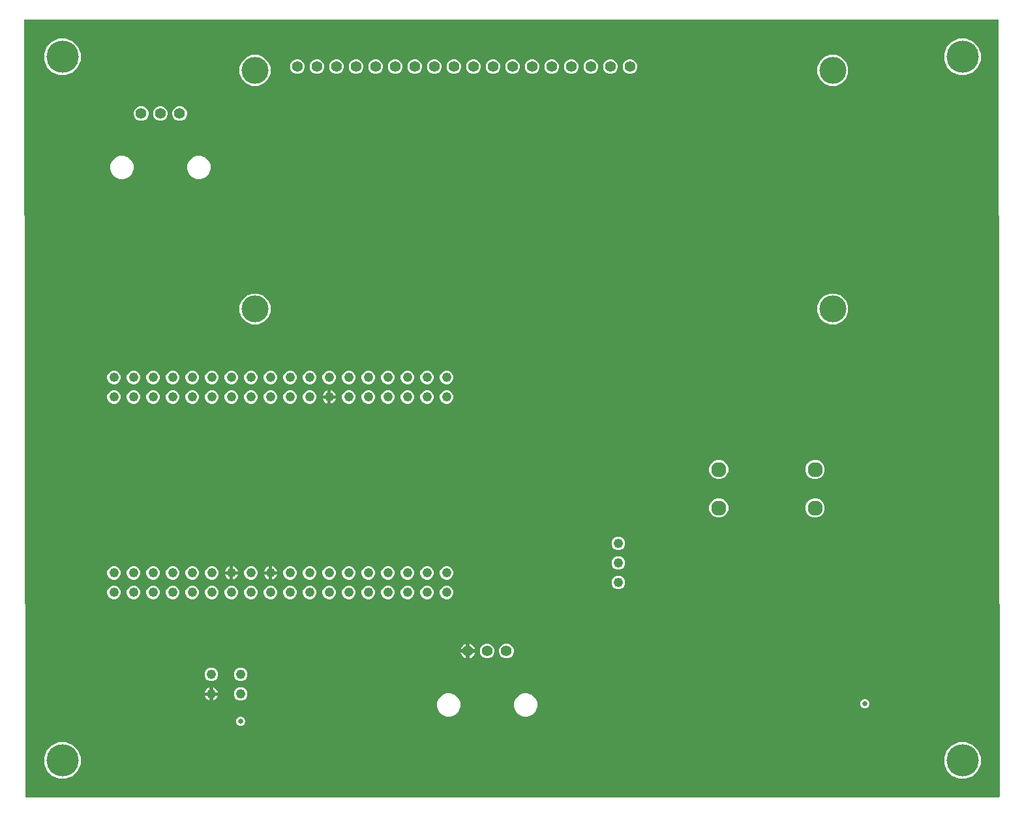
<source format=gbr>
G04 EAGLE Gerber RS-274X export*
G75*
%MOMM*%
%FSLAX34Y34*%
%LPD*%
%INCopper Layer 15*%
%IPPOS*%
%AMOC8*
5,1,8,0,0,1.08239X$1,22.5*%
G01*
%ADD10C,4.191000*%
%ADD11C,1.400000*%
%ADD12C,1.960000*%
%ADD13C,1.244600*%
%ADD14C,3.500000*%
%ADD15C,0.654800*%
%ADD16C,0.609600*%

G36*
X1266104Y2556D02*
X1266104Y2556D01*
X1266224Y2563D01*
X1266261Y2576D01*
X1266301Y2581D01*
X1266412Y2625D01*
X1266526Y2662D01*
X1266560Y2683D01*
X1266596Y2698D01*
X1266694Y2768D01*
X1266795Y2832D01*
X1266822Y2861D01*
X1266854Y2884D01*
X1266930Y2977D01*
X1267012Y3064D01*
X1267031Y3099D01*
X1267057Y3129D01*
X1267108Y3238D01*
X1267165Y3343D01*
X1267175Y3381D01*
X1267192Y3417D01*
X1267215Y3535D01*
X1267245Y3651D01*
X1267248Y3710D01*
X1267252Y3729D01*
X1267251Y3750D01*
X1267255Y3812D01*
X1265994Y1012702D01*
X1265979Y1012819D01*
X1265972Y1012937D01*
X1265959Y1012976D01*
X1265954Y1013017D01*
X1265910Y1013127D01*
X1265874Y1013239D01*
X1265852Y1013274D01*
X1265836Y1013313D01*
X1265767Y1013408D01*
X1265704Y1013508D01*
X1265673Y1013536D01*
X1265649Y1013570D01*
X1265558Y1013645D01*
X1265472Y1013726D01*
X1265436Y1013746D01*
X1265404Y1013772D01*
X1265297Y1013822D01*
X1265193Y1013880D01*
X1265153Y1013890D01*
X1265116Y1013907D01*
X1265000Y1013929D01*
X1264885Y1013959D01*
X1264824Y1013963D01*
X1264804Y1013967D01*
X1264784Y1013966D01*
X1264725Y1013969D01*
X2545Y1013969D01*
X2426Y1013954D01*
X2306Y1013947D01*
X2269Y1013934D01*
X2229Y1013929D01*
X2118Y1013885D01*
X2004Y1013848D01*
X1970Y1013827D01*
X1934Y1013812D01*
X1836Y1013742D01*
X1735Y1013678D01*
X1708Y1013649D01*
X1676Y1013626D01*
X1600Y1013533D01*
X1518Y1013446D01*
X1499Y1013411D01*
X1473Y1013381D01*
X1422Y1013272D01*
X1365Y1013167D01*
X1355Y1013129D01*
X1338Y1013093D01*
X1315Y1012975D01*
X1285Y1012859D01*
X1282Y1012800D01*
X1278Y1012781D01*
X1279Y1012760D01*
X1275Y1012698D01*
X2536Y3808D01*
X2551Y3691D01*
X2558Y3573D01*
X2571Y3534D01*
X2576Y3493D01*
X2620Y3383D01*
X2656Y3271D01*
X2678Y3236D01*
X2694Y3197D01*
X2763Y3102D01*
X2826Y3002D01*
X2857Y2974D01*
X2881Y2940D01*
X2972Y2865D01*
X3058Y2784D01*
X3094Y2764D01*
X3126Y2738D01*
X3233Y2688D01*
X3337Y2630D01*
X3377Y2620D01*
X3414Y2603D01*
X3530Y2581D01*
X3645Y2551D01*
X3706Y2547D01*
X3726Y2543D01*
X3746Y2544D01*
X3805Y2541D01*
X1265985Y2541D01*
X1266104Y2556D01*
G37*
%LPC*%
G36*
X1214526Y941704D02*
X1214526Y941704D01*
X1205891Y945281D01*
X1199281Y951891D01*
X1195704Y960526D01*
X1195704Y969874D01*
X1199281Y978509D01*
X1205891Y985119D01*
X1214526Y988696D01*
X1223874Y988696D01*
X1232509Y985119D01*
X1239119Y978509D01*
X1242696Y969874D01*
X1242696Y960526D01*
X1239119Y951891D01*
X1232509Y945281D01*
X1223874Y941704D01*
X1214526Y941704D01*
G37*
%LPD*%
%LPC*%
G36*
X46126Y941704D02*
X46126Y941704D01*
X37491Y945281D01*
X30881Y951891D01*
X27304Y960526D01*
X27304Y969874D01*
X30881Y978509D01*
X37491Y985119D01*
X46126Y988696D01*
X55474Y988696D01*
X64109Y985119D01*
X70719Y978509D01*
X74296Y969874D01*
X74296Y960526D01*
X70719Y951891D01*
X64109Y945281D01*
X55474Y941704D01*
X46126Y941704D01*
G37*
%LPD*%
%LPC*%
G36*
X46126Y27304D02*
X46126Y27304D01*
X37491Y30881D01*
X30881Y37491D01*
X27304Y46126D01*
X27304Y55474D01*
X30881Y64109D01*
X37491Y70719D01*
X46126Y74296D01*
X55474Y74296D01*
X64109Y70719D01*
X70719Y64109D01*
X74296Y55474D01*
X74296Y46126D01*
X70719Y37491D01*
X64109Y30881D01*
X55474Y27304D01*
X46126Y27304D01*
G37*
%LPD*%
%LPC*%
G36*
X1214526Y27304D02*
X1214526Y27304D01*
X1205891Y30881D01*
X1199281Y37491D01*
X1195704Y46126D01*
X1195704Y55474D01*
X1199281Y64109D01*
X1205891Y70719D01*
X1214526Y74296D01*
X1223874Y74296D01*
X1232509Y70719D01*
X1239119Y64109D01*
X1242696Y55474D01*
X1242696Y46126D01*
X1239119Y37491D01*
X1232509Y30881D01*
X1223874Y27304D01*
X1214526Y27304D01*
G37*
%LPD*%
%LPC*%
G36*
X1046654Y927439D02*
X1046654Y927439D01*
X1039288Y930490D01*
X1033650Y936128D01*
X1030599Y943494D01*
X1030599Y951466D01*
X1033650Y958832D01*
X1039288Y964470D01*
X1046654Y967521D01*
X1054626Y967521D01*
X1061992Y964470D01*
X1067630Y958832D01*
X1070681Y951466D01*
X1070681Y943494D01*
X1067630Y936128D01*
X1061992Y930490D01*
X1054626Y927439D01*
X1046654Y927439D01*
G37*
%LPD*%
%LPC*%
G36*
X296654Y927439D02*
X296654Y927439D01*
X289288Y930490D01*
X283650Y936128D01*
X280599Y943494D01*
X280599Y951466D01*
X283650Y958832D01*
X289288Y964470D01*
X296654Y967521D01*
X304626Y967521D01*
X311992Y964470D01*
X317630Y958832D01*
X320681Y951466D01*
X320681Y943494D01*
X317630Y936128D01*
X311992Y930490D01*
X304626Y927439D01*
X296654Y927439D01*
G37*
%LPD*%
%LPC*%
G36*
X296654Y617439D02*
X296654Y617439D01*
X289288Y620490D01*
X283650Y626128D01*
X280599Y633494D01*
X280599Y641466D01*
X283650Y648832D01*
X289288Y654470D01*
X296654Y657521D01*
X304626Y657521D01*
X311992Y654470D01*
X317630Y648832D01*
X320681Y641466D01*
X320681Y633494D01*
X317630Y626128D01*
X311992Y620490D01*
X304626Y617439D01*
X296654Y617439D01*
G37*
%LPD*%
%LPC*%
G36*
X1046654Y617439D02*
X1046654Y617439D01*
X1039288Y620490D01*
X1033650Y626128D01*
X1030599Y633494D01*
X1030599Y641466D01*
X1033650Y648832D01*
X1039288Y654470D01*
X1046654Y657521D01*
X1054626Y657521D01*
X1061992Y654470D01*
X1067630Y648832D01*
X1070681Y641466D01*
X1070681Y633494D01*
X1067630Y626128D01*
X1061992Y620490D01*
X1054626Y617439D01*
X1046654Y617439D01*
G37*
%LPD*%
%LPC*%
G36*
X648988Y107999D02*
X648988Y107999D01*
X643460Y110289D01*
X639229Y114520D01*
X636939Y120048D01*
X636939Y126032D01*
X639229Y131560D01*
X643460Y135791D01*
X648988Y138081D01*
X654972Y138081D01*
X660500Y135791D01*
X664731Y131560D01*
X667021Y126032D01*
X667021Y120048D01*
X664731Y114520D01*
X660500Y110289D01*
X654972Y107999D01*
X648988Y107999D01*
G37*
%LPD*%
%LPC*%
G36*
X548988Y107999D02*
X548988Y107999D01*
X543460Y110289D01*
X539229Y114520D01*
X536939Y120048D01*
X536939Y126032D01*
X539229Y131560D01*
X543460Y135791D01*
X548988Y138081D01*
X554972Y138081D01*
X560500Y135791D01*
X564731Y131560D01*
X567021Y126032D01*
X567021Y120048D01*
X564731Y114520D01*
X560500Y110289D01*
X554972Y107999D01*
X548988Y107999D01*
G37*
%LPD*%
%LPC*%
G36*
X224808Y806499D02*
X224808Y806499D01*
X219280Y808789D01*
X215049Y813020D01*
X212759Y818548D01*
X212759Y824532D01*
X215049Y830060D01*
X219280Y834291D01*
X224808Y836581D01*
X230792Y836581D01*
X236320Y834291D01*
X240551Y830060D01*
X242841Y824532D01*
X242841Y818548D01*
X240551Y813020D01*
X236320Y808789D01*
X230792Y806499D01*
X224808Y806499D01*
G37*
%LPD*%
%LPC*%
G36*
X124808Y806499D02*
X124808Y806499D01*
X119280Y808789D01*
X115049Y813020D01*
X112759Y818548D01*
X112759Y824532D01*
X115049Y830060D01*
X119280Y834291D01*
X124808Y836581D01*
X130792Y836581D01*
X136320Y834291D01*
X140551Y830060D01*
X142841Y824532D01*
X142841Y818548D01*
X140551Y813020D01*
X136320Y808789D01*
X130792Y806499D01*
X124808Y806499D01*
G37*
%LPD*%
%LPC*%
G36*
X900245Y366519D02*
X900245Y366519D01*
X895710Y368398D01*
X892238Y371870D01*
X890359Y376405D01*
X890359Y381315D01*
X892238Y385850D01*
X895710Y389322D01*
X900245Y391201D01*
X905155Y391201D01*
X909690Y389322D01*
X913162Y385850D01*
X915041Y381315D01*
X915041Y376405D01*
X913162Y371870D01*
X909690Y368398D01*
X905155Y366519D01*
X900245Y366519D01*
G37*
%LPD*%
%LPC*%
G36*
X1025245Y366519D02*
X1025245Y366519D01*
X1020710Y368398D01*
X1017238Y371870D01*
X1015359Y376405D01*
X1015359Y381315D01*
X1017238Y385850D01*
X1020710Y389322D01*
X1025245Y391201D01*
X1030155Y391201D01*
X1034690Y389322D01*
X1038162Y385850D01*
X1040041Y381315D01*
X1040041Y376405D01*
X1038162Y371870D01*
X1034690Y368398D01*
X1030155Y366519D01*
X1025245Y366519D01*
G37*
%LPD*%
%LPC*%
G36*
X900245Y416519D02*
X900245Y416519D01*
X895710Y418398D01*
X892238Y421870D01*
X890359Y426405D01*
X890359Y431315D01*
X892238Y435850D01*
X895710Y439322D01*
X900245Y441201D01*
X905155Y441201D01*
X909690Y439322D01*
X913162Y435850D01*
X915041Y431315D01*
X915041Y426405D01*
X913162Y421870D01*
X909690Y418398D01*
X905155Y416519D01*
X900245Y416519D01*
G37*
%LPD*%
%LPC*%
G36*
X1025245Y416519D02*
X1025245Y416519D01*
X1020710Y418398D01*
X1017238Y421870D01*
X1015359Y426405D01*
X1015359Y431315D01*
X1017238Y435850D01*
X1020710Y439322D01*
X1025245Y441201D01*
X1030155Y441201D01*
X1034690Y439322D01*
X1038162Y435850D01*
X1040041Y431315D01*
X1040041Y426405D01*
X1038162Y421870D01*
X1034690Y418398D01*
X1030155Y416519D01*
X1025245Y416519D01*
G37*
%LPD*%
%LPC*%
G36*
X785542Y942939D02*
X785542Y942939D01*
X782036Y944392D01*
X779352Y947076D01*
X777899Y950582D01*
X777899Y954378D01*
X779352Y957884D01*
X782036Y960568D01*
X785542Y962021D01*
X789338Y962021D01*
X792844Y960568D01*
X795528Y957884D01*
X796981Y954378D01*
X796981Y950582D01*
X795528Y947076D01*
X792844Y944392D01*
X789338Y942939D01*
X785542Y942939D01*
G37*
%LPD*%
%LPC*%
G36*
X760142Y942939D02*
X760142Y942939D01*
X756636Y944392D01*
X753952Y947076D01*
X752499Y950582D01*
X752499Y954378D01*
X753952Y957884D01*
X756636Y960568D01*
X760142Y962021D01*
X763938Y962021D01*
X767444Y960568D01*
X770128Y957884D01*
X771581Y954378D01*
X771581Y950582D01*
X770128Y947076D01*
X767444Y944392D01*
X763938Y942939D01*
X760142Y942939D01*
G37*
%LPD*%
%LPC*%
G36*
X734742Y942939D02*
X734742Y942939D01*
X731236Y944392D01*
X728552Y947076D01*
X727099Y950582D01*
X727099Y954378D01*
X728552Y957884D01*
X731236Y960568D01*
X734742Y962021D01*
X738538Y962021D01*
X742044Y960568D01*
X744728Y957884D01*
X746181Y954378D01*
X746181Y950582D01*
X744728Y947076D01*
X742044Y944392D01*
X738538Y942939D01*
X734742Y942939D01*
G37*
%LPD*%
%LPC*%
G36*
X709342Y942939D02*
X709342Y942939D01*
X705836Y944392D01*
X703152Y947076D01*
X701699Y950582D01*
X701699Y954378D01*
X703152Y957884D01*
X705836Y960568D01*
X709342Y962021D01*
X713138Y962021D01*
X716644Y960568D01*
X719328Y957884D01*
X720781Y954378D01*
X720781Y950582D01*
X719328Y947076D01*
X716644Y944392D01*
X713138Y942939D01*
X709342Y942939D01*
G37*
%LPD*%
%LPC*%
G36*
X683942Y942939D02*
X683942Y942939D01*
X680436Y944392D01*
X677752Y947076D01*
X676299Y950582D01*
X676299Y954378D01*
X677752Y957884D01*
X680436Y960568D01*
X683942Y962021D01*
X687738Y962021D01*
X691244Y960568D01*
X693928Y957884D01*
X695381Y954378D01*
X695381Y950582D01*
X693928Y947076D01*
X691244Y944392D01*
X687738Y942939D01*
X683942Y942939D01*
G37*
%LPD*%
%LPC*%
G36*
X658542Y942939D02*
X658542Y942939D01*
X655036Y944392D01*
X652352Y947076D01*
X650899Y950582D01*
X650899Y954378D01*
X652352Y957884D01*
X655036Y960568D01*
X658542Y962021D01*
X662338Y962021D01*
X665844Y960568D01*
X668528Y957884D01*
X669981Y954378D01*
X669981Y950582D01*
X668528Y947076D01*
X665844Y944392D01*
X662338Y942939D01*
X658542Y942939D01*
G37*
%LPD*%
%LPC*%
G36*
X633142Y942939D02*
X633142Y942939D01*
X629636Y944392D01*
X626952Y947076D01*
X625499Y950582D01*
X625499Y954378D01*
X626952Y957884D01*
X629636Y960568D01*
X633142Y962021D01*
X636938Y962021D01*
X640444Y960568D01*
X643128Y957884D01*
X644581Y954378D01*
X644581Y950582D01*
X643128Y947076D01*
X640444Y944392D01*
X636938Y942939D01*
X633142Y942939D01*
G37*
%LPD*%
%LPC*%
G36*
X607742Y942939D02*
X607742Y942939D01*
X604236Y944392D01*
X601552Y947076D01*
X600099Y950582D01*
X600099Y954378D01*
X601552Y957884D01*
X604236Y960568D01*
X607742Y962021D01*
X611538Y962021D01*
X615044Y960568D01*
X617728Y957884D01*
X619181Y954378D01*
X619181Y950582D01*
X617728Y947076D01*
X615044Y944392D01*
X611538Y942939D01*
X607742Y942939D01*
G37*
%LPD*%
%LPC*%
G36*
X582342Y942939D02*
X582342Y942939D01*
X578836Y944392D01*
X576152Y947076D01*
X574699Y950582D01*
X574699Y954378D01*
X576152Y957884D01*
X578836Y960568D01*
X582342Y962021D01*
X586138Y962021D01*
X589644Y960568D01*
X592328Y957884D01*
X593781Y954378D01*
X593781Y950582D01*
X592328Y947076D01*
X589644Y944392D01*
X586138Y942939D01*
X582342Y942939D01*
G37*
%LPD*%
%LPC*%
G36*
X556942Y942939D02*
X556942Y942939D01*
X553436Y944392D01*
X550752Y947076D01*
X549299Y950582D01*
X549299Y954378D01*
X550752Y957884D01*
X553436Y960568D01*
X556942Y962021D01*
X560738Y962021D01*
X564244Y960568D01*
X566928Y957884D01*
X568381Y954378D01*
X568381Y950582D01*
X566928Y947076D01*
X564244Y944392D01*
X560738Y942939D01*
X556942Y942939D01*
G37*
%LPD*%
%LPC*%
G36*
X531542Y942939D02*
X531542Y942939D01*
X528036Y944392D01*
X525352Y947076D01*
X523899Y950582D01*
X523899Y954378D01*
X525352Y957884D01*
X528036Y960568D01*
X531542Y962021D01*
X535338Y962021D01*
X538844Y960568D01*
X541528Y957884D01*
X542981Y954378D01*
X542981Y950582D01*
X541528Y947076D01*
X538844Y944392D01*
X535338Y942939D01*
X531542Y942939D01*
G37*
%LPD*%
%LPC*%
G36*
X506142Y942939D02*
X506142Y942939D01*
X502636Y944392D01*
X499952Y947076D01*
X498499Y950582D01*
X498499Y954378D01*
X499952Y957884D01*
X502636Y960568D01*
X506142Y962021D01*
X509938Y962021D01*
X513444Y960568D01*
X516128Y957884D01*
X517581Y954378D01*
X517581Y950582D01*
X516128Y947076D01*
X513444Y944392D01*
X509938Y942939D01*
X506142Y942939D01*
G37*
%LPD*%
%LPC*%
G36*
X480742Y942939D02*
X480742Y942939D01*
X477236Y944392D01*
X474552Y947076D01*
X473099Y950582D01*
X473099Y954378D01*
X474552Y957884D01*
X477236Y960568D01*
X480742Y962021D01*
X484538Y962021D01*
X488044Y960568D01*
X490728Y957884D01*
X492181Y954378D01*
X492181Y950582D01*
X490728Y947076D01*
X488044Y944392D01*
X484538Y942939D01*
X480742Y942939D01*
G37*
%LPD*%
%LPC*%
G36*
X455342Y942939D02*
X455342Y942939D01*
X451836Y944392D01*
X449152Y947076D01*
X447699Y950582D01*
X447699Y954378D01*
X449152Y957884D01*
X451836Y960568D01*
X455342Y962021D01*
X459138Y962021D01*
X462644Y960568D01*
X465328Y957884D01*
X466781Y954378D01*
X466781Y950582D01*
X465328Y947076D01*
X462644Y944392D01*
X459138Y942939D01*
X455342Y942939D01*
G37*
%LPD*%
%LPC*%
G36*
X429942Y942939D02*
X429942Y942939D01*
X426436Y944392D01*
X423752Y947076D01*
X422299Y950582D01*
X422299Y954378D01*
X423752Y957884D01*
X426436Y960568D01*
X429942Y962021D01*
X433738Y962021D01*
X437244Y960568D01*
X439928Y957884D01*
X441381Y954378D01*
X441381Y950582D01*
X439928Y947076D01*
X437244Y944392D01*
X433738Y942939D01*
X429942Y942939D01*
G37*
%LPD*%
%LPC*%
G36*
X404542Y942939D02*
X404542Y942939D01*
X401036Y944392D01*
X398352Y947076D01*
X396899Y950582D01*
X396899Y954378D01*
X398352Y957884D01*
X401036Y960568D01*
X404542Y962021D01*
X408338Y962021D01*
X411844Y960568D01*
X414528Y957884D01*
X415981Y954378D01*
X415981Y950582D01*
X414528Y947076D01*
X411844Y944392D01*
X408338Y942939D01*
X404542Y942939D01*
G37*
%LPD*%
%LPC*%
G36*
X379142Y942939D02*
X379142Y942939D01*
X375636Y944392D01*
X372952Y947076D01*
X371499Y950582D01*
X371499Y954378D01*
X372952Y957884D01*
X375636Y960568D01*
X379142Y962021D01*
X382938Y962021D01*
X386444Y960568D01*
X389128Y957884D01*
X390581Y954378D01*
X390581Y950582D01*
X389128Y947076D01*
X386444Y944392D01*
X382938Y942939D01*
X379142Y942939D01*
G37*
%LPD*%
%LPC*%
G36*
X353742Y942939D02*
X353742Y942939D01*
X350236Y944392D01*
X347552Y947076D01*
X346099Y950582D01*
X346099Y954378D01*
X347552Y957884D01*
X350236Y960568D01*
X353742Y962021D01*
X357538Y962021D01*
X361044Y960568D01*
X363728Y957884D01*
X365181Y954378D01*
X365181Y950582D01*
X363728Y947076D01*
X361044Y944392D01*
X357538Y942939D01*
X353742Y942939D01*
G37*
%LPD*%
%LPC*%
G36*
X200902Y881999D02*
X200902Y881999D01*
X197396Y883452D01*
X194712Y886136D01*
X193259Y889642D01*
X193259Y893438D01*
X194712Y896944D01*
X197396Y899628D01*
X200902Y901081D01*
X204698Y901081D01*
X208204Y899628D01*
X210888Y896944D01*
X212341Y893438D01*
X212341Y889642D01*
X210888Y886136D01*
X208204Y883452D01*
X204698Y881999D01*
X200902Y881999D01*
G37*
%LPD*%
%LPC*%
G36*
X175902Y881999D02*
X175902Y881999D01*
X172396Y883452D01*
X169712Y886136D01*
X168259Y889642D01*
X168259Y893438D01*
X169712Y896944D01*
X172396Y899628D01*
X175902Y901081D01*
X179698Y901081D01*
X183204Y899628D01*
X185888Y896944D01*
X187341Y893438D01*
X187341Y889642D01*
X185888Y886136D01*
X183204Y883452D01*
X179698Y881999D01*
X175902Y881999D01*
G37*
%LPD*%
%LPC*%
G36*
X150902Y881999D02*
X150902Y881999D01*
X147396Y883452D01*
X144712Y886136D01*
X143259Y889642D01*
X143259Y893438D01*
X144712Y896944D01*
X147396Y899628D01*
X150902Y901081D01*
X154698Y901081D01*
X158204Y899628D01*
X160888Y896944D01*
X162341Y893438D01*
X162341Y889642D01*
X160888Y886136D01*
X158204Y883452D01*
X154698Y881999D01*
X150902Y881999D01*
G37*
%LPD*%
%LPC*%
G36*
X600082Y183499D02*
X600082Y183499D01*
X596576Y184952D01*
X593892Y187636D01*
X592439Y191142D01*
X592439Y194938D01*
X593892Y198444D01*
X596576Y201128D01*
X600082Y202581D01*
X603878Y202581D01*
X607384Y201128D01*
X610068Y198444D01*
X611521Y194938D01*
X611521Y191142D01*
X610068Y187636D01*
X607384Y184952D01*
X603878Y183499D01*
X600082Y183499D01*
G37*
%LPD*%
%LPC*%
G36*
X625082Y183499D02*
X625082Y183499D01*
X621576Y184952D01*
X618892Y187636D01*
X617439Y191142D01*
X617439Y194938D01*
X618892Y198444D01*
X621576Y201128D01*
X625082Y202581D01*
X628878Y202581D01*
X632384Y201128D01*
X635068Y198444D01*
X636521Y194938D01*
X636521Y191142D01*
X635068Y187636D01*
X632384Y184952D01*
X628878Y183499D01*
X625082Y183499D01*
G37*
%LPD*%
%LPC*%
G36*
X141177Y539616D02*
X141177Y539616D01*
X137956Y540950D01*
X135490Y543416D01*
X134156Y546637D01*
X134156Y550123D01*
X135490Y553344D01*
X137956Y555810D01*
X141177Y557144D01*
X144663Y557144D01*
X147884Y555810D01*
X150350Y553344D01*
X151684Y550123D01*
X151684Y546637D01*
X150350Y543416D01*
X147884Y540950D01*
X144663Y539616D01*
X141177Y539616D01*
G37*
%LPD*%
%LPC*%
G36*
X115777Y539616D02*
X115777Y539616D01*
X112556Y540950D01*
X110090Y543416D01*
X108756Y546637D01*
X108756Y550123D01*
X110090Y553344D01*
X112556Y555810D01*
X115777Y557144D01*
X119263Y557144D01*
X122484Y555810D01*
X124950Y553344D01*
X126284Y550123D01*
X126284Y546637D01*
X124950Y543416D01*
X122484Y540950D01*
X119263Y539616D01*
X115777Y539616D01*
G37*
%LPD*%
%LPC*%
G36*
X547577Y539616D02*
X547577Y539616D01*
X544356Y540950D01*
X541890Y543416D01*
X540556Y546637D01*
X540556Y550123D01*
X541890Y553344D01*
X544356Y555810D01*
X547577Y557144D01*
X551063Y557144D01*
X554284Y555810D01*
X556750Y553344D01*
X558084Y550123D01*
X558084Y546637D01*
X556750Y543416D01*
X554284Y540950D01*
X551063Y539616D01*
X547577Y539616D01*
G37*
%LPD*%
%LPC*%
G36*
X522177Y539616D02*
X522177Y539616D01*
X518956Y540950D01*
X516490Y543416D01*
X515156Y546637D01*
X515156Y550123D01*
X516490Y553344D01*
X518956Y555810D01*
X522177Y557144D01*
X525663Y557144D01*
X528884Y555810D01*
X531350Y553344D01*
X532684Y550123D01*
X532684Y546637D01*
X531350Y543416D01*
X528884Y540950D01*
X525663Y539616D01*
X522177Y539616D01*
G37*
%LPD*%
%LPC*%
G36*
X496777Y539616D02*
X496777Y539616D01*
X493556Y540950D01*
X491090Y543416D01*
X489756Y546637D01*
X489756Y550123D01*
X491090Y553344D01*
X493556Y555810D01*
X496777Y557144D01*
X500263Y557144D01*
X503484Y555810D01*
X505950Y553344D01*
X507284Y550123D01*
X507284Y546637D01*
X505950Y543416D01*
X503484Y540950D01*
X500263Y539616D01*
X496777Y539616D01*
G37*
%LPD*%
%LPC*%
G36*
X471377Y539616D02*
X471377Y539616D01*
X468156Y540950D01*
X465690Y543416D01*
X464356Y546637D01*
X464356Y550123D01*
X465690Y553344D01*
X468156Y555810D01*
X471377Y557144D01*
X474863Y557144D01*
X478084Y555810D01*
X480550Y553344D01*
X481884Y550123D01*
X481884Y546637D01*
X480550Y543416D01*
X478084Y540950D01*
X474863Y539616D01*
X471377Y539616D01*
G37*
%LPD*%
%LPC*%
G36*
X445977Y539616D02*
X445977Y539616D01*
X442756Y540950D01*
X440290Y543416D01*
X438956Y546637D01*
X438956Y550123D01*
X440290Y553344D01*
X442756Y555810D01*
X445977Y557144D01*
X449463Y557144D01*
X452684Y555810D01*
X455150Y553344D01*
X456484Y550123D01*
X456484Y546637D01*
X455150Y543416D01*
X452684Y540950D01*
X449463Y539616D01*
X445977Y539616D01*
G37*
%LPD*%
%LPC*%
G36*
X420577Y539616D02*
X420577Y539616D01*
X417356Y540950D01*
X414890Y543416D01*
X413556Y546637D01*
X413556Y550123D01*
X414890Y553344D01*
X417356Y555810D01*
X420577Y557144D01*
X424063Y557144D01*
X427284Y555810D01*
X429750Y553344D01*
X431084Y550123D01*
X431084Y546637D01*
X429750Y543416D01*
X427284Y540950D01*
X424063Y539616D01*
X420577Y539616D01*
G37*
%LPD*%
%LPC*%
G36*
X395177Y539616D02*
X395177Y539616D01*
X391956Y540950D01*
X389490Y543416D01*
X388156Y546637D01*
X388156Y550123D01*
X389490Y553344D01*
X391956Y555810D01*
X395177Y557144D01*
X398663Y557144D01*
X401884Y555810D01*
X404350Y553344D01*
X405684Y550123D01*
X405684Y546637D01*
X404350Y543416D01*
X401884Y540950D01*
X398663Y539616D01*
X395177Y539616D01*
G37*
%LPD*%
%LPC*%
G36*
X369777Y539616D02*
X369777Y539616D01*
X366556Y540950D01*
X364090Y543416D01*
X362756Y546637D01*
X362756Y550123D01*
X364090Y553344D01*
X366556Y555810D01*
X369777Y557144D01*
X373263Y557144D01*
X376484Y555810D01*
X378950Y553344D01*
X380284Y550123D01*
X380284Y546637D01*
X378950Y543416D01*
X376484Y540950D01*
X373263Y539616D01*
X369777Y539616D01*
G37*
%LPD*%
%LPC*%
G36*
X344377Y539616D02*
X344377Y539616D01*
X341156Y540950D01*
X338690Y543416D01*
X337356Y546637D01*
X337356Y550123D01*
X338690Y553344D01*
X341156Y555810D01*
X344377Y557144D01*
X347863Y557144D01*
X351084Y555810D01*
X353550Y553344D01*
X354884Y550123D01*
X354884Y546637D01*
X353550Y543416D01*
X351084Y540950D01*
X347863Y539616D01*
X344377Y539616D01*
G37*
%LPD*%
%LPC*%
G36*
X318977Y539616D02*
X318977Y539616D01*
X315756Y540950D01*
X313290Y543416D01*
X311956Y546637D01*
X311956Y550123D01*
X313290Y553344D01*
X315756Y555810D01*
X318977Y557144D01*
X322463Y557144D01*
X325684Y555810D01*
X328150Y553344D01*
X329484Y550123D01*
X329484Y546637D01*
X328150Y543416D01*
X325684Y540950D01*
X322463Y539616D01*
X318977Y539616D01*
G37*
%LPD*%
%LPC*%
G36*
X293577Y539616D02*
X293577Y539616D01*
X290356Y540950D01*
X287890Y543416D01*
X286556Y546637D01*
X286556Y550123D01*
X287890Y553344D01*
X290356Y555810D01*
X293577Y557144D01*
X297063Y557144D01*
X300284Y555810D01*
X302750Y553344D01*
X304084Y550123D01*
X304084Y546637D01*
X302750Y543416D01*
X300284Y540950D01*
X297063Y539616D01*
X293577Y539616D01*
G37*
%LPD*%
%LPC*%
G36*
X268177Y539616D02*
X268177Y539616D01*
X264956Y540950D01*
X262490Y543416D01*
X261156Y546637D01*
X261156Y550123D01*
X262490Y553344D01*
X264956Y555810D01*
X268177Y557144D01*
X271663Y557144D01*
X274884Y555810D01*
X277350Y553344D01*
X278684Y550123D01*
X278684Y546637D01*
X277350Y543416D01*
X274884Y540950D01*
X271663Y539616D01*
X268177Y539616D01*
G37*
%LPD*%
%LPC*%
G36*
X242777Y539616D02*
X242777Y539616D01*
X239556Y540950D01*
X237090Y543416D01*
X235756Y546637D01*
X235756Y550123D01*
X237090Y553344D01*
X239556Y555810D01*
X242777Y557144D01*
X246263Y557144D01*
X249484Y555810D01*
X251950Y553344D01*
X253284Y550123D01*
X253284Y546637D01*
X251950Y543416D01*
X249484Y540950D01*
X246263Y539616D01*
X242777Y539616D01*
G37*
%LPD*%
%LPC*%
G36*
X217377Y539616D02*
X217377Y539616D01*
X214156Y540950D01*
X211690Y543416D01*
X210356Y546637D01*
X210356Y550123D01*
X211690Y553344D01*
X214156Y555810D01*
X217377Y557144D01*
X220863Y557144D01*
X224084Y555810D01*
X226550Y553344D01*
X227884Y550123D01*
X227884Y546637D01*
X226550Y543416D01*
X224084Y540950D01*
X220863Y539616D01*
X217377Y539616D01*
G37*
%LPD*%
%LPC*%
G36*
X191977Y539616D02*
X191977Y539616D01*
X188756Y540950D01*
X186290Y543416D01*
X184956Y546637D01*
X184956Y550123D01*
X186290Y553344D01*
X188756Y555810D01*
X191977Y557144D01*
X195463Y557144D01*
X198684Y555810D01*
X201150Y553344D01*
X202484Y550123D01*
X202484Y546637D01*
X201150Y543416D01*
X198684Y540950D01*
X195463Y539616D01*
X191977Y539616D01*
G37*
%LPD*%
%LPC*%
G36*
X166577Y539616D02*
X166577Y539616D01*
X163356Y540950D01*
X160890Y543416D01*
X159556Y546637D01*
X159556Y550123D01*
X160890Y553344D01*
X163356Y555810D01*
X166577Y557144D01*
X170063Y557144D01*
X173284Y555810D01*
X175750Y553344D01*
X177084Y550123D01*
X177084Y546637D01*
X175750Y543416D01*
X173284Y540950D01*
X170063Y539616D01*
X166577Y539616D01*
G37*
%LPD*%
%LPC*%
G36*
X547577Y514216D02*
X547577Y514216D01*
X544356Y515550D01*
X541890Y518016D01*
X540556Y521237D01*
X540556Y524723D01*
X541890Y527944D01*
X544356Y530410D01*
X547577Y531744D01*
X551063Y531744D01*
X554284Y530410D01*
X556750Y527944D01*
X558084Y524723D01*
X558084Y521237D01*
X556750Y518016D01*
X554284Y515550D01*
X551063Y514216D01*
X547577Y514216D01*
G37*
%LPD*%
%LPC*%
G36*
X522177Y514216D02*
X522177Y514216D01*
X518956Y515550D01*
X516490Y518016D01*
X515156Y521237D01*
X515156Y524723D01*
X516490Y527944D01*
X518956Y530410D01*
X522177Y531744D01*
X525663Y531744D01*
X528884Y530410D01*
X531350Y527944D01*
X532684Y524723D01*
X532684Y521237D01*
X531350Y518016D01*
X528884Y515550D01*
X525663Y514216D01*
X522177Y514216D01*
G37*
%LPD*%
%LPC*%
G36*
X496777Y514216D02*
X496777Y514216D01*
X493556Y515550D01*
X491090Y518016D01*
X489756Y521237D01*
X489756Y524723D01*
X491090Y527944D01*
X493556Y530410D01*
X496777Y531744D01*
X500263Y531744D01*
X503484Y530410D01*
X505950Y527944D01*
X507284Y524723D01*
X507284Y521237D01*
X505950Y518016D01*
X503484Y515550D01*
X500263Y514216D01*
X496777Y514216D01*
G37*
%LPD*%
%LPC*%
G36*
X471377Y514216D02*
X471377Y514216D01*
X468156Y515550D01*
X465690Y518016D01*
X464356Y521237D01*
X464356Y524723D01*
X465690Y527944D01*
X468156Y530410D01*
X471377Y531744D01*
X474863Y531744D01*
X478084Y530410D01*
X480550Y527944D01*
X481884Y524723D01*
X481884Y521237D01*
X480550Y518016D01*
X478084Y515550D01*
X474863Y514216D01*
X471377Y514216D01*
G37*
%LPD*%
%LPC*%
G36*
X445977Y514216D02*
X445977Y514216D01*
X442756Y515550D01*
X440290Y518016D01*
X438956Y521237D01*
X438956Y524723D01*
X440290Y527944D01*
X442756Y530410D01*
X445977Y531744D01*
X449463Y531744D01*
X452684Y530410D01*
X455150Y527944D01*
X456484Y524723D01*
X456484Y521237D01*
X455150Y518016D01*
X452684Y515550D01*
X449463Y514216D01*
X445977Y514216D01*
G37*
%LPD*%
%LPC*%
G36*
X420577Y514216D02*
X420577Y514216D01*
X417356Y515550D01*
X414890Y518016D01*
X413556Y521237D01*
X413556Y524723D01*
X414890Y527944D01*
X417356Y530410D01*
X420577Y531744D01*
X424063Y531744D01*
X427284Y530410D01*
X429750Y527944D01*
X431084Y524723D01*
X431084Y521237D01*
X429750Y518016D01*
X427284Y515550D01*
X424063Y514216D01*
X420577Y514216D01*
G37*
%LPD*%
%LPC*%
G36*
X369777Y514216D02*
X369777Y514216D01*
X366556Y515550D01*
X364090Y518016D01*
X362756Y521237D01*
X362756Y524723D01*
X364090Y527944D01*
X366556Y530410D01*
X369777Y531744D01*
X373263Y531744D01*
X376484Y530410D01*
X378950Y527944D01*
X380284Y524723D01*
X380284Y521237D01*
X378950Y518016D01*
X376484Y515550D01*
X373263Y514216D01*
X369777Y514216D01*
G37*
%LPD*%
%LPC*%
G36*
X344377Y514216D02*
X344377Y514216D01*
X341156Y515550D01*
X338690Y518016D01*
X337356Y521237D01*
X337356Y524723D01*
X338690Y527944D01*
X341156Y530410D01*
X344377Y531744D01*
X347863Y531744D01*
X351084Y530410D01*
X353550Y527944D01*
X354884Y524723D01*
X354884Y521237D01*
X353550Y518016D01*
X351084Y515550D01*
X347863Y514216D01*
X344377Y514216D01*
G37*
%LPD*%
%LPC*%
G36*
X318977Y514216D02*
X318977Y514216D01*
X315756Y515550D01*
X313290Y518016D01*
X311956Y521237D01*
X311956Y524723D01*
X313290Y527944D01*
X315756Y530410D01*
X318977Y531744D01*
X322463Y531744D01*
X325684Y530410D01*
X328150Y527944D01*
X329484Y524723D01*
X329484Y521237D01*
X328150Y518016D01*
X325684Y515550D01*
X322463Y514216D01*
X318977Y514216D01*
G37*
%LPD*%
%LPC*%
G36*
X293577Y514216D02*
X293577Y514216D01*
X290356Y515550D01*
X287890Y518016D01*
X286556Y521237D01*
X286556Y524723D01*
X287890Y527944D01*
X290356Y530410D01*
X293577Y531744D01*
X297063Y531744D01*
X300284Y530410D01*
X302750Y527944D01*
X304084Y524723D01*
X304084Y521237D01*
X302750Y518016D01*
X300284Y515550D01*
X297063Y514216D01*
X293577Y514216D01*
G37*
%LPD*%
%LPC*%
G36*
X268177Y514216D02*
X268177Y514216D01*
X264956Y515550D01*
X262490Y518016D01*
X261156Y521237D01*
X261156Y524723D01*
X262490Y527944D01*
X264956Y530410D01*
X268177Y531744D01*
X271663Y531744D01*
X274884Y530410D01*
X277350Y527944D01*
X278684Y524723D01*
X278684Y521237D01*
X277350Y518016D01*
X274884Y515550D01*
X271663Y514216D01*
X268177Y514216D01*
G37*
%LPD*%
%LPC*%
G36*
X242777Y514216D02*
X242777Y514216D01*
X239556Y515550D01*
X237090Y518016D01*
X235756Y521237D01*
X235756Y524723D01*
X237090Y527944D01*
X239556Y530410D01*
X242777Y531744D01*
X246263Y531744D01*
X249484Y530410D01*
X251950Y527944D01*
X253284Y524723D01*
X253284Y521237D01*
X251950Y518016D01*
X249484Y515550D01*
X246263Y514216D01*
X242777Y514216D01*
G37*
%LPD*%
%LPC*%
G36*
X191977Y514216D02*
X191977Y514216D01*
X188756Y515550D01*
X186290Y518016D01*
X184956Y521237D01*
X184956Y524723D01*
X186290Y527944D01*
X188756Y530410D01*
X191977Y531744D01*
X195463Y531744D01*
X198684Y530410D01*
X201150Y527944D01*
X202484Y524723D01*
X202484Y521237D01*
X201150Y518016D01*
X198684Y515550D01*
X195463Y514216D01*
X191977Y514216D01*
G37*
%LPD*%
%LPC*%
G36*
X217377Y514216D02*
X217377Y514216D01*
X214156Y515550D01*
X211690Y518016D01*
X210356Y521237D01*
X210356Y524723D01*
X211690Y527944D01*
X214156Y530410D01*
X217377Y531744D01*
X220863Y531744D01*
X224084Y530410D01*
X226550Y527944D01*
X227884Y524723D01*
X227884Y521237D01*
X226550Y518016D01*
X224084Y515550D01*
X220863Y514216D01*
X217377Y514216D01*
G37*
%LPD*%
%LPC*%
G36*
X115777Y514216D02*
X115777Y514216D01*
X112556Y515550D01*
X110090Y518016D01*
X108756Y521237D01*
X108756Y524723D01*
X110090Y527944D01*
X112556Y530410D01*
X115777Y531744D01*
X119263Y531744D01*
X122484Y530410D01*
X124950Y527944D01*
X126284Y524723D01*
X126284Y521237D01*
X124950Y518016D01*
X122484Y515550D01*
X119263Y514216D01*
X115777Y514216D01*
G37*
%LPD*%
%LPC*%
G36*
X770417Y323976D02*
X770417Y323976D01*
X767196Y325310D01*
X764730Y327776D01*
X763396Y330997D01*
X763396Y334483D01*
X764730Y337704D01*
X767196Y340170D01*
X770417Y341504D01*
X773903Y341504D01*
X777124Y340170D01*
X779590Y337704D01*
X780924Y334483D01*
X780924Y330997D01*
X779590Y327776D01*
X777124Y325310D01*
X773903Y323976D01*
X770417Y323976D01*
G37*
%LPD*%
%LPC*%
G36*
X770417Y298576D02*
X770417Y298576D01*
X767196Y299910D01*
X764730Y302376D01*
X763396Y305597D01*
X763396Y309083D01*
X764730Y312304D01*
X767196Y314770D01*
X770417Y316104D01*
X773903Y316104D01*
X777124Y314770D01*
X779590Y312304D01*
X780924Y309083D01*
X780924Y305597D01*
X779590Y302376D01*
X777124Y299910D01*
X773903Y298576D01*
X770417Y298576D01*
G37*
%LPD*%
%LPC*%
G36*
X547577Y285616D02*
X547577Y285616D01*
X544356Y286950D01*
X541890Y289416D01*
X540556Y292637D01*
X540556Y296123D01*
X541890Y299344D01*
X544356Y301810D01*
X547577Y303144D01*
X551063Y303144D01*
X554284Y301810D01*
X556750Y299344D01*
X558084Y296123D01*
X558084Y292637D01*
X556750Y289416D01*
X554284Y286950D01*
X551063Y285616D01*
X547577Y285616D01*
G37*
%LPD*%
%LPC*%
G36*
X522177Y285616D02*
X522177Y285616D01*
X518956Y286950D01*
X516490Y289416D01*
X515156Y292637D01*
X515156Y296123D01*
X516490Y299344D01*
X518956Y301810D01*
X522177Y303144D01*
X525663Y303144D01*
X528884Y301810D01*
X531350Y299344D01*
X532684Y296123D01*
X532684Y292637D01*
X531350Y289416D01*
X528884Y286950D01*
X525663Y285616D01*
X522177Y285616D01*
G37*
%LPD*%
%LPC*%
G36*
X344377Y285616D02*
X344377Y285616D01*
X341156Y286950D01*
X338690Y289416D01*
X337356Y292637D01*
X337356Y296123D01*
X338690Y299344D01*
X341156Y301810D01*
X344377Y303144D01*
X347863Y303144D01*
X351084Y301810D01*
X353550Y299344D01*
X354884Y296123D01*
X354884Y292637D01*
X353550Y289416D01*
X351084Y286950D01*
X347863Y285616D01*
X344377Y285616D01*
G37*
%LPD*%
%LPC*%
G36*
X293577Y285616D02*
X293577Y285616D01*
X290356Y286950D01*
X287890Y289416D01*
X286556Y292637D01*
X286556Y296123D01*
X287890Y299344D01*
X290356Y301810D01*
X293577Y303144D01*
X297063Y303144D01*
X300284Y301810D01*
X302750Y299344D01*
X304084Y296123D01*
X304084Y292637D01*
X302750Y289416D01*
X300284Y286950D01*
X297063Y285616D01*
X293577Y285616D01*
G37*
%LPD*%
%LPC*%
G36*
X496777Y285616D02*
X496777Y285616D01*
X493556Y286950D01*
X491090Y289416D01*
X489756Y292637D01*
X489756Y296123D01*
X491090Y299344D01*
X493556Y301810D01*
X496777Y303144D01*
X500263Y303144D01*
X503484Y301810D01*
X505950Y299344D01*
X507284Y296123D01*
X507284Y292637D01*
X505950Y289416D01*
X503484Y286950D01*
X500263Y285616D01*
X496777Y285616D01*
G37*
%LPD*%
%LPC*%
G36*
X471377Y285616D02*
X471377Y285616D01*
X468156Y286950D01*
X465690Y289416D01*
X464356Y292637D01*
X464356Y296123D01*
X465690Y299344D01*
X468156Y301810D01*
X471377Y303144D01*
X474863Y303144D01*
X478084Y301810D01*
X480550Y299344D01*
X481884Y296123D01*
X481884Y292637D01*
X480550Y289416D01*
X478084Y286950D01*
X474863Y285616D01*
X471377Y285616D01*
G37*
%LPD*%
%LPC*%
G36*
X445977Y285616D02*
X445977Y285616D01*
X442756Y286950D01*
X440290Y289416D01*
X438956Y292637D01*
X438956Y296123D01*
X440290Y299344D01*
X442756Y301810D01*
X445977Y303144D01*
X449463Y303144D01*
X452684Y301810D01*
X455150Y299344D01*
X456484Y296123D01*
X456484Y292637D01*
X455150Y289416D01*
X452684Y286950D01*
X449463Y285616D01*
X445977Y285616D01*
G37*
%LPD*%
%LPC*%
G36*
X420577Y285616D02*
X420577Y285616D01*
X417356Y286950D01*
X414890Y289416D01*
X413556Y292637D01*
X413556Y296123D01*
X414890Y299344D01*
X417356Y301810D01*
X420577Y303144D01*
X424063Y303144D01*
X427284Y301810D01*
X429750Y299344D01*
X431084Y296123D01*
X431084Y292637D01*
X429750Y289416D01*
X427284Y286950D01*
X424063Y285616D01*
X420577Y285616D01*
G37*
%LPD*%
%LPC*%
G36*
X395177Y285616D02*
X395177Y285616D01*
X391956Y286950D01*
X389490Y289416D01*
X388156Y292637D01*
X388156Y296123D01*
X389490Y299344D01*
X391956Y301810D01*
X395177Y303144D01*
X398663Y303144D01*
X401884Y301810D01*
X404350Y299344D01*
X405684Y296123D01*
X405684Y292637D01*
X404350Y289416D01*
X401884Y286950D01*
X398663Y285616D01*
X395177Y285616D01*
G37*
%LPD*%
%LPC*%
G36*
X369777Y285616D02*
X369777Y285616D01*
X366556Y286950D01*
X364090Y289416D01*
X362756Y292637D01*
X362756Y296123D01*
X364090Y299344D01*
X366556Y301810D01*
X369777Y303144D01*
X373263Y303144D01*
X376484Y301810D01*
X378950Y299344D01*
X380284Y296123D01*
X380284Y292637D01*
X378950Y289416D01*
X376484Y286950D01*
X373263Y285616D01*
X369777Y285616D01*
G37*
%LPD*%
%LPC*%
G36*
X547577Y260216D02*
X547577Y260216D01*
X544356Y261550D01*
X541890Y264016D01*
X540556Y267237D01*
X540556Y270723D01*
X541890Y273944D01*
X544356Y276410D01*
X547577Y277744D01*
X551063Y277744D01*
X554284Y276410D01*
X556750Y273944D01*
X558084Y270723D01*
X558084Y267237D01*
X556750Y264016D01*
X554284Y261550D01*
X551063Y260216D01*
X547577Y260216D01*
G37*
%LPD*%
%LPC*%
G36*
X217377Y285616D02*
X217377Y285616D01*
X214156Y286950D01*
X211690Y289416D01*
X210356Y292637D01*
X210356Y296123D01*
X211690Y299344D01*
X214156Y301810D01*
X217377Y303144D01*
X220863Y303144D01*
X224084Y301810D01*
X226550Y299344D01*
X227884Y296123D01*
X227884Y292637D01*
X226550Y289416D01*
X224084Y286950D01*
X220863Y285616D01*
X217377Y285616D01*
G37*
%LPD*%
%LPC*%
G36*
X191977Y285616D02*
X191977Y285616D01*
X188756Y286950D01*
X186290Y289416D01*
X184956Y292637D01*
X184956Y296123D01*
X186290Y299344D01*
X188756Y301810D01*
X191977Y303144D01*
X195463Y303144D01*
X198684Y301810D01*
X201150Y299344D01*
X202484Y296123D01*
X202484Y292637D01*
X201150Y289416D01*
X198684Y286950D01*
X195463Y285616D01*
X191977Y285616D01*
G37*
%LPD*%
%LPC*%
G36*
X166577Y285616D02*
X166577Y285616D01*
X163356Y286950D01*
X160890Y289416D01*
X159556Y292637D01*
X159556Y296123D01*
X160890Y299344D01*
X163356Y301810D01*
X166577Y303144D01*
X170063Y303144D01*
X173284Y301810D01*
X175750Y299344D01*
X177084Y296123D01*
X177084Y292637D01*
X175750Y289416D01*
X173284Y286950D01*
X170063Y285616D01*
X166577Y285616D01*
G37*
%LPD*%
%LPC*%
G36*
X141177Y285616D02*
X141177Y285616D01*
X137956Y286950D01*
X135490Y289416D01*
X134156Y292637D01*
X134156Y296123D01*
X135490Y299344D01*
X137956Y301810D01*
X141177Y303144D01*
X144663Y303144D01*
X147884Y301810D01*
X150350Y299344D01*
X151684Y296123D01*
X151684Y292637D01*
X150350Y289416D01*
X147884Y286950D01*
X144663Y285616D01*
X141177Y285616D01*
G37*
%LPD*%
%LPC*%
G36*
X115777Y285616D02*
X115777Y285616D01*
X112556Y286950D01*
X110090Y289416D01*
X108756Y292637D01*
X108756Y296123D01*
X110090Y299344D01*
X112556Y301810D01*
X115777Y303144D01*
X119263Y303144D01*
X122484Y301810D01*
X124950Y299344D01*
X126284Y296123D01*
X126284Y292637D01*
X124950Y289416D01*
X122484Y286950D01*
X119263Y285616D01*
X115777Y285616D01*
G37*
%LPD*%
%LPC*%
G36*
X770417Y273176D02*
X770417Y273176D01*
X767196Y274510D01*
X764730Y276976D01*
X763396Y280197D01*
X763396Y283683D01*
X764730Y286904D01*
X767196Y289370D01*
X770417Y290704D01*
X773903Y290704D01*
X777124Y289370D01*
X779590Y286904D01*
X780924Y283683D01*
X780924Y280197D01*
X779590Y276976D01*
X777124Y274510D01*
X773903Y273176D01*
X770417Y273176D01*
G37*
%LPD*%
%LPC*%
G36*
X141177Y260216D02*
X141177Y260216D01*
X137956Y261550D01*
X135490Y264016D01*
X134156Y267237D01*
X134156Y270723D01*
X135490Y273944D01*
X137956Y276410D01*
X141177Y277744D01*
X144663Y277744D01*
X147884Y276410D01*
X150350Y273944D01*
X151684Y270723D01*
X151684Y267237D01*
X150350Y264016D01*
X147884Y261550D01*
X144663Y260216D01*
X141177Y260216D01*
G37*
%LPD*%
%LPC*%
G36*
X115777Y260216D02*
X115777Y260216D01*
X112556Y261550D01*
X110090Y264016D01*
X108756Y267237D01*
X108756Y270723D01*
X110090Y273944D01*
X112556Y276410D01*
X115777Y277744D01*
X119263Y277744D01*
X122484Y276410D01*
X124950Y273944D01*
X126284Y270723D01*
X126284Y267237D01*
X124950Y264016D01*
X122484Y261550D01*
X119263Y260216D01*
X115777Y260216D01*
G37*
%LPD*%
%LPC*%
G36*
X141177Y514216D02*
X141177Y514216D01*
X137956Y515550D01*
X135490Y518016D01*
X134156Y521237D01*
X134156Y524723D01*
X135490Y527944D01*
X137956Y530410D01*
X141177Y531744D01*
X144663Y531744D01*
X147884Y530410D01*
X150350Y527944D01*
X151684Y524723D01*
X151684Y521237D01*
X150350Y518016D01*
X147884Y515550D01*
X144663Y514216D01*
X141177Y514216D01*
G37*
%LPD*%
%LPC*%
G36*
X522177Y260216D02*
X522177Y260216D01*
X518956Y261550D01*
X516490Y264016D01*
X515156Y267237D01*
X515156Y270723D01*
X516490Y273944D01*
X518956Y276410D01*
X522177Y277744D01*
X525663Y277744D01*
X528884Y276410D01*
X531350Y273944D01*
X532684Y270723D01*
X532684Y267237D01*
X531350Y264016D01*
X528884Y261550D01*
X525663Y260216D01*
X522177Y260216D01*
G37*
%LPD*%
%LPC*%
G36*
X496777Y260216D02*
X496777Y260216D01*
X493556Y261550D01*
X491090Y264016D01*
X489756Y267237D01*
X489756Y270723D01*
X491090Y273944D01*
X493556Y276410D01*
X496777Y277744D01*
X500263Y277744D01*
X503484Y276410D01*
X505950Y273944D01*
X507284Y270723D01*
X507284Y267237D01*
X505950Y264016D01*
X503484Y261550D01*
X500263Y260216D01*
X496777Y260216D01*
G37*
%LPD*%
%LPC*%
G36*
X471377Y260216D02*
X471377Y260216D01*
X468156Y261550D01*
X465690Y264016D01*
X464356Y267237D01*
X464356Y270723D01*
X465690Y273944D01*
X468156Y276410D01*
X471377Y277744D01*
X474863Y277744D01*
X478084Y276410D01*
X480550Y273944D01*
X481884Y270723D01*
X481884Y267237D01*
X480550Y264016D01*
X478084Y261550D01*
X474863Y260216D01*
X471377Y260216D01*
G37*
%LPD*%
%LPC*%
G36*
X445977Y260216D02*
X445977Y260216D01*
X442756Y261550D01*
X440290Y264016D01*
X438956Y267237D01*
X438956Y270723D01*
X440290Y273944D01*
X442756Y276410D01*
X445977Y277744D01*
X449463Y277744D01*
X452684Y276410D01*
X455150Y273944D01*
X456484Y270723D01*
X456484Y267237D01*
X455150Y264016D01*
X452684Y261550D01*
X449463Y260216D01*
X445977Y260216D01*
G37*
%LPD*%
%LPC*%
G36*
X420577Y260216D02*
X420577Y260216D01*
X417356Y261550D01*
X414890Y264016D01*
X413556Y267237D01*
X413556Y270723D01*
X414890Y273944D01*
X417356Y276410D01*
X420577Y277744D01*
X424063Y277744D01*
X427284Y276410D01*
X429750Y273944D01*
X431084Y270723D01*
X431084Y267237D01*
X429750Y264016D01*
X427284Y261550D01*
X424063Y260216D01*
X420577Y260216D01*
G37*
%LPD*%
%LPC*%
G36*
X395177Y260216D02*
X395177Y260216D01*
X391956Y261550D01*
X389490Y264016D01*
X388156Y267237D01*
X388156Y270723D01*
X389490Y273944D01*
X391956Y276410D01*
X395177Y277744D01*
X398663Y277744D01*
X401884Y276410D01*
X404350Y273944D01*
X405684Y270723D01*
X405684Y267237D01*
X404350Y264016D01*
X401884Y261550D01*
X398663Y260216D01*
X395177Y260216D01*
G37*
%LPD*%
%LPC*%
G36*
X369777Y260216D02*
X369777Y260216D01*
X366556Y261550D01*
X364090Y264016D01*
X362756Y267237D01*
X362756Y270723D01*
X364090Y273944D01*
X366556Y276410D01*
X369777Y277744D01*
X373263Y277744D01*
X376484Y276410D01*
X378950Y273944D01*
X380284Y270723D01*
X380284Y267237D01*
X378950Y264016D01*
X376484Y261550D01*
X373263Y260216D01*
X369777Y260216D01*
G37*
%LPD*%
%LPC*%
G36*
X344377Y260216D02*
X344377Y260216D01*
X341156Y261550D01*
X338690Y264016D01*
X337356Y267237D01*
X337356Y270723D01*
X338690Y273944D01*
X341156Y276410D01*
X344377Y277744D01*
X347863Y277744D01*
X351084Y276410D01*
X353550Y273944D01*
X354884Y270723D01*
X354884Y267237D01*
X353550Y264016D01*
X351084Y261550D01*
X347863Y260216D01*
X344377Y260216D01*
G37*
%LPD*%
%LPC*%
G36*
X318977Y260216D02*
X318977Y260216D01*
X315756Y261550D01*
X313290Y264016D01*
X311956Y267237D01*
X311956Y270723D01*
X313290Y273944D01*
X315756Y276410D01*
X318977Y277744D01*
X322463Y277744D01*
X325684Y276410D01*
X328150Y273944D01*
X329484Y270723D01*
X329484Y267237D01*
X328150Y264016D01*
X325684Y261550D01*
X322463Y260216D01*
X318977Y260216D01*
G37*
%LPD*%
%LPC*%
G36*
X293577Y260216D02*
X293577Y260216D01*
X290356Y261550D01*
X287890Y264016D01*
X286556Y267237D01*
X286556Y270723D01*
X287890Y273944D01*
X290356Y276410D01*
X293577Y277744D01*
X297063Y277744D01*
X300284Y276410D01*
X302750Y273944D01*
X304084Y270723D01*
X304084Y267237D01*
X302750Y264016D01*
X300284Y261550D01*
X297063Y260216D01*
X293577Y260216D01*
G37*
%LPD*%
%LPC*%
G36*
X268177Y260216D02*
X268177Y260216D01*
X264956Y261550D01*
X262490Y264016D01*
X261156Y267237D01*
X261156Y270723D01*
X262490Y273944D01*
X264956Y276410D01*
X268177Y277744D01*
X271663Y277744D01*
X274884Y276410D01*
X277350Y273944D01*
X278684Y270723D01*
X278684Y267237D01*
X277350Y264016D01*
X274884Y261550D01*
X271663Y260216D01*
X268177Y260216D01*
G37*
%LPD*%
%LPC*%
G36*
X242777Y260216D02*
X242777Y260216D01*
X239556Y261550D01*
X237090Y264016D01*
X235756Y267237D01*
X235756Y270723D01*
X237090Y273944D01*
X239556Y276410D01*
X242777Y277744D01*
X246263Y277744D01*
X249484Y276410D01*
X251950Y273944D01*
X253284Y270723D01*
X253284Y267237D01*
X251950Y264016D01*
X249484Y261550D01*
X246263Y260216D01*
X242777Y260216D01*
G37*
%LPD*%
%LPC*%
G36*
X217377Y260216D02*
X217377Y260216D01*
X214156Y261550D01*
X211690Y264016D01*
X210356Y267237D01*
X210356Y270723D01*
X211690Y273944D01*
X214156Y276410D01*
X217377Y277744D01*
X220863Y277744D01*
X224084Y276410D01*
X226550Y273944D01*
X227884Y270723D01*
X227884Y267237D01*
X226550Y264016D01*
X224084Y261550D01*
X220863Y260216D01*
X217377Y260216D01*
G37*
%LPD*%
%LPC*%
G36*
X191977Y260216D02*
X191977Y260216D01*
X188756Y261550D01*
X186290Y264016D01*
X184956Y267237D01*
X184956Y270723D01*
X186290Y273944D01*
X188756Y276410D01*
X191977Y277744D01*
X195463Y277744D01*
X198684Y276410D01*
X201150Y273944D01*
X202484Y270723D01*
X202484Y267237D01*
X201150Y264016D01*
X198684Y261550D01*
X195463Y260216D01*
X191977Y260216D01*
G37*
%LPD*%
%LPC*%
G36*
X166577Y260216D02*
X166577Y260216D01*
X163356Y261550D01*
X160890Y264016D01*
X159556Y267237D01*
X159556Y270723D01*
X160890Y273944D01*
X163356Y276410D01*
X166577Y277744D01*
X170063Y277744D01*
X173284Y276410D01*
X175750Y273944D01*
X177084Y270723D01*
X177084Y267237D01*
X175750Y264016D01*
X173284Y261550D01*
X170063Y260216D01*
X166577Y260216D01*
G37*
%LPD*%
%LPC*%
G36*
X242777Y285616D02*
X242777Y285616D01*
X239556Y286950D01*
X237090Y289416D01*
X235756Y292637D01*
X235756Y296123D01*
X237090Y299344D01*
X239556Y301810D01*
X242777Y303144D01*
X246263Y303144D01*
X249484Y301810D01*
X251950Y299344D01*
X253284Y296123D01*
X253284Y292637D01*
X251950Y289416D01*
X249484Y286950D01*
X246263Y285616D01*
X242777Y285616D01*
G37*
%LPD*%
%LPC*%
G36*
X280197Y153796D02*
X280197Y153796D01*
X276976Y155130D01*
X274510Y157596D01*
X273176Y160817D01*
X273176Y164303D01*
X274510Y167524D01*
X276976Y169990D01*
X280197Y171324D01*
X283683Y171324D01*
X286904Y169990D01*
X289370Y167524D01*
X290704Y164303D01*
X290704Y160817D01*
X289370Y157596D01*
X286904Y155130D01*
X283683Y153796D01*
X280197Y153796D01*
G37*
%LPD*%
%LPC*%
G36*
X242097Y153796D02*
X242097Y153796D01*
X238876Y155130D01*
X236410Y157596D01*
X235076Y160817D01*
X235076Y164303D01*
X236410Y167524D01*
X238876Y169990D01*
X242097Y171324D01*
X245583Y171324D01*
X248804Y169990D01*
X251270Y167524D01*
X252604Y164303D01*
X252604Y160817D01*
X251270Y157596D01*
X248804Y155130D01*
X245583Y153796D01*
X242097Y153796D01*
G37*
%LPD*%
%LPC*%
G36*
X280197Y128396D02*
X280197Y128396D01*
X276976Y129730D01*
X274510Y132196D01*
X273176Y135417D01*
X273176Y138903D01*
X274510Y142124D01*
X276976Y144590D01*
X280197Y145924D01*
X283683Y145924D01*
X286904Y144590D01*
X289370Y142124D01*
X290704Y138903D01*
X290704Y135417D01*
X289370Y132196D01*
X286904Y129730D01*
X283683Y128396D01*
X280197Y128396D01*
G37*
%LPD*%
%LPC*%
G36*
X166577Y514216D02*
X166577Y514216D01*
X163356Y515550D01*
X160890Y518016D01*
X159556Y521237D01*
X159556Y524723D01*
X160890Y527944D01*
X163356Y530410D01*
X166577Y531744D01*
X170063Y531744D01*
X173284Y530410D01*
X175750Y527944D01*
X177084Y524723D01*
X177084Y521237D01*
X175750Y518016D01*
X173284Y515550D01*
X170063Y514216D01*
X166577Y514216D01*
G37*
%LPD*%
%LPC*%
G36*
X1091043Y118645D02*
X1091043Y118645D01*
X1088906Y119530D01*
X1087270Y121166D01*
X1086385Y123303D01*
X1086385Y125617D01*
X1087270Y127754D01*
X1088906Y129390D01*
X1091043Y130275D01*
X1093357Y130275D01*
X1095494Y129390D01*
X1097130Y127754D01*
X1098015Y125617D01*
X1098015Y123303D01*
X1097130Y121166D01*
X1095494Y119530D01*
X1093357Y118645D01*
X1091043Y118645D01*
G37*
%LPD*%
%LPC*%
G36*
X280783Y95785D02*
X280783Y95785D01*
X278646Y96670D01*
X277010Y98306D01*
X276125Y100443D01*
X276125Y102757D01*
X277010Y104894D01*
X278646Y106530D01*
X280783Y107415D01*
X283097Y107415D01*
X285234Y106530D01*
X286870Y104894D01*
X287755Y102757D01*
X287755Y100443D01*
X286870Y98306D01*
X285234Y96670D01*
X283097Y95785D01*
X280783Y95785D01*
G37*
%LPD*%
%LPC*%
G36*
X579479Y195539D02*
X579479Y195539D01*
X579479Y202260D01*
X580642Y201882D01*
X581981Y201200D01*
X583195Y200317D01*
X584257Y199255D01*
X585140Y198041D01*
X585822Y196702D01*
X586200Y195539D01*
X579479Y195539D01*
G37*
%LPD*%
%LPC*%
G36*
X567760Y195539D02*
X567760Y195539D01*
X568138Y196702D01*
X568820Y198041D01*
X569703Y199255D01*
X570765Y200317D01*
X571979Y201200D01*
X573318Y201882D01*
X574481Y202260D01*
X574481Y195539D01*
X567760Y195539D01*
G37*
%LPD*%
%LPC*%
G36*
X579479Y190541D02*
X579479Y190541D01*
X586200Y190541D01*
X585822Y189378D01*
X585140Y188039D01*
X584257Y186825D01*
X583195Y185763D01*
X581981Y184880D01*
X580642Y184198D01*
X579479Y183820D01*
X579479Y190541D01*
G37*
%LPD*%
%LPC*%
G36*
X573318Y184198D02*
X573318Y184198D01*
X571979Y184880D01*
X570765Y185763D01*
X569703Y186825D01*
X568820Y188039D01*
X568138Y189378D01*
X567760Y190541D01*
X574481Y190541D01*
X574481Y183820D01*
X573318Y184198D01*
G37*
%LPD*%
%LPC*%
G36*
X399142Y525202D02*
X399142Y525202D01*
X399142Y531473D01*
X399476Y531407D01*
X401071Y530746D01*
X402507Y529787D01*
X403727Y528567D01*
X404686Y527131D01*
X405347Y525536D01*
X405413Y525202D01*
X399142Y525202D01*
G37*
%LPD*%
%LPC*%
G36*
X322942Y296602D02*
X322942Y296602D01*
X322942Y302873D01*
X323276Y302807D01*
X324871Y302146D01*
X326307Y301187D01*
X327527Y299967D01*
X328486Y298531D01*
X329147Y296936D01*
X329213Y296602D01*
X322942Y296602D01*
G37*
%LPD*%
%LPC*%
G36*
X246062Y139382D02*
X246062Y139382D01*
X246062Y145653D01*
X246396Y145587D01*
X247991Y144926D01*
X249427Y143967D01*
X250647Y142747D01*
X251606Y141311D01*
X252267Y139716D01*
X252333Y139382D01*
X246062Y139382D01*
G37*
%LPD*%
%LPC*%
G36*
X272142Y296602D02*
X272142Y296602D01*
X272142Y302873D01*
X272476Y302807D01*
X274071Y302146D01*
X275507Y301187D01*
X276727Y299967D01*
X277686Y298531D01*
X278347Y296936D01*
X278413Y296602D01*
X272142Y296602D01*
G37*
%LPD*%
%LPC*%
G36*
X388427Y525202D02*
X388427Y525202D01*
X388493Y525536D01*
X389154Y527131D01*
X390113Y528567D01*
X391333Y529787D01*
X392769Y530746D01*
X394364Y531407D01*
X394698Y531473D01*
X394698Y525202D01*
X388427Y525202D01*
G37*
%LPD*%
%LPC*%
G36*
X399142Y520758D02*
X399142Y520758D01*
X405413Y520758D01*
X405347Y520424D01*
X404686Y518829D01*
X403727Y517393D01*
X402507Y516173D01*
X401071Y515214D01*
X399476Y514553D01*
X399142Y514487D01*
X399142Y520758D01*
G37*
%LPD*%
%LPC*%
G36*
X322942Y292158D02*
X322942Y292158D01*
X329213Y292158D01*
X329147Y291824D01*
X328486Y290229D01*
X327527Y288793D01*
X326307Y287573D01*
X324871Y286614D01*
X323276Y285953D01*
X322942Y285887D01*
X322942Y292158D01*
G37*
%LPD*%
%LPC*%
G36*
X272142Y292158D02*
X272142Y292158D01*
X278413Y292158D01*
X278347Y291824D01*
X277686Y290229D01*
X276727Y288793D01*
X275507Y287573D01*
X274071Y286614D01*
X272476Y285953D01*
X272142Y285887D01*
X272142Y292158D01*
G37*
%LPD*%
%LPC*%
G36*
X235347Y139382D02*
X235347Y139382D01*
X235413Y139716D01*
X236074Y141311D01*
X237033Y142747D01*
X238253Y143967D01*
X239689Y144926D01*
X241284Y145587D01*
X241618Y145653D01*
X241618Y139382D01*
X235347Y139382D01*
G37*
%LPD*%
%LPC*%
G36*
X261427Y296602D02*
X261427Y296602D01*
X261493Y296936D01*
X262154Y298531D01*
X263113Y299967D01*
X264333Y301187D01*
X265769Y302146D01*
X267364Y302807D01*
X267698Y302873D01*
X267698Y296602D01*
X261427Y296602D01*
G37*
%LPD*%
%LPC*%
G36*
X246062Y134938D02*
X246062Y134938D01*
X252333Y134938D01*
X252267Y134604D01*
X251606Y133009D01*
X250647Y131573D01*
X249427Y130353D01*
X247991Y129394D01*
X246396Y128733D01*
X246062Y128667D01*
X246062Y134938D01*
G37*
%LPD*%
%LPC*%
G36*
X312227Y296602D02*
X312227Y296602D01*
X312293Y296936D01*
X312954Y298531D01*
X313913Y299967D01*
X315133Y301187D01*
X316569Y302146D01*
X318164Y302807D01*
X318498Y302873D01*
X318498Y296602D01*
X312227Y296602D01*
G37*
%LPD*%
%LPC*%
G36*
X394364Y514553D02*
X394364Y514553D01*
X392769Y515214D01*
X391333Y516173D01*
X390113Y517393D01*
X389154Y518829D01*
X388493Y520424D01*
X388427Y520758D01*
X394698Y520758D01*
X394698Y514487D01*
X394364Y514553D01*
G37*
%LPD*%
%LPC*%
G36*
X318164Y285953D02*
X318164Y285953D01*
X316569Y286614D01*
X315133Y287573D01*
X313913Y288793D01*
X312954Y290229D01*
X312293Y291824D01*
X312227Y292158D01*
X318498Y292158D01*
X318498Y285887D01*
X318164Y285953D01*
G37*
%LPD*%
%LPC*%
G36*
X267364Y285953D02*
X267364Y285953D01*
X265769Y286614D01*
X264333Y287573D01*
X263113Y288793D01*
X262154Y290229D01*
X261493Y291824D01*
X261427Y292158D01*
X267698Y292158D01*
X267698Y285887D01*
X267364Y285953D01*
G37*
%LPD*%
%LPC*%
G36*
X241284Y128733D02*
X241284Y128733D01*
X239689Y129394D01*
X238253Y130353D01*
X237033Y131573D01*
X236074Y133009D01*
X235413Y134604D01*
X235347Y134938D01*
X241618Y134938D01*
X241618Y128667D01*
X241284Y128733D01*
G37*
%LPD*%
D10*
X50800Y50800D03*
X1219200Y50800D03*
X1219200Y965200D03*
X50800Y965200D03*
D11*
X576980Y193040D03*
X601980Y193040D03*
X626980Y193040D03*
X152800Y891540D03*
X177800Y891540D03*
X202800Y891540D03*
D12*
X1027700Y428860D03*
X1027700Y378860D03*
X902700Y378860D03*
X902700Y428860D03*
D13*
X117520Y268980D03*
X117520Y294380D03*
X142920Y268980D03*
X142920Y294380D03*
X168320Y268980D03*
X168320Y294380D03*
X193720Y268980D03*
X193720Y294380D03*
X219120Y268980D03*
X219120Y294380D03*
X244520Y268980D03*
X244520Y294380D03*
X269920Y268980D03*
X269920Y294380D03*
X295320Y268980D03*
X295320Y294380D03*
X320720Y268980D03*
X320720Y294380D03*
X346120Y268980D03*
X346120Y294380D03*
X371520Y268980D03*
X371520Y294380D03*
X396920Y268980D03*
X396920Y294380D03*
X422320Y268980D03*
X422320Y294380D03*
X447720Y268980D03*
X447720Y294380D03*
X473120Y268980D03*
X473120Y294380D03*
X498520Y268980D03*
X498520Y294380D03*
X523920Y268980D03*
X523920Y294380D03*
X549320Y268980D03*
X549320Y294380D03*
X117520Y522980D03*
X117520Y548380D03*
X142920Y522980D03*
X142920Y548380D03*
X168320Y522980D03*
X168320Y548380D03*
X193720Y522980D03*
X193720Y548380D03*
X219120Y522980D03*
X219120Y548380D03*
X244520Y522980D03*
X244520Y548380D03*
X269920Y522980D03*
X269920Y548380D03*
X295320Y522980D03*
X295320Y548380D03*
X320720Y522980D03*
X320720Y548380D03*
X346120Y522980D03*
X346120Y548380D03*
X371520Y522980D03*
X371520Y548380D03*
X396920Y522980D03*
X396920Y548380D03*
X422320Y522980D03*
X422320Y548380D03*
X447720Y522980D03*
X447720Y548380D03*
X473120Y522980D03*
X473120Y548380D03*
X498520Y522980D03*
X498520Y548380D03*
X523920Y522980D03*
X523920Y548380D03*
X549320Y522980D03*
X549320Y548380D03*
D11*
X355640Y952480D03*
X381040Y952480D03*
X406440Y952480D03*
X431840Y952480D03*
X457240Y952480D03*
X482640Y952480D03*
X508040Y952480D03*
X533440Y952480D03*
X558840Y952480D03*
X584240Y952480D03*
X609640Y952480D03*
X635040Y952480D03*
X660440Y952480D03*
X685840Y952480D03*
X711240Y952480D03*
X736640Y952480D03*
D14*
X300640Y947480D03*
X1050640Y947480D03*
X300640Y637480D03*
X1050640Y637480D03*
D11*
X762040Y952480D03*
X787440Y952480D03*
D13*
X772160Y332740D03*
X772160Y307340D03*
X772160Y281940D03*
X281940Y137160D03*
X281940Y162560D03*
X243840Y162560D03*
X243840Y137160D03*
D15*
X281940Y101600D03*
X1092200Y124460D03*
D16*
X820420Y419100D03*
D15*
X243840Y101600D03*
M02*

</source>
